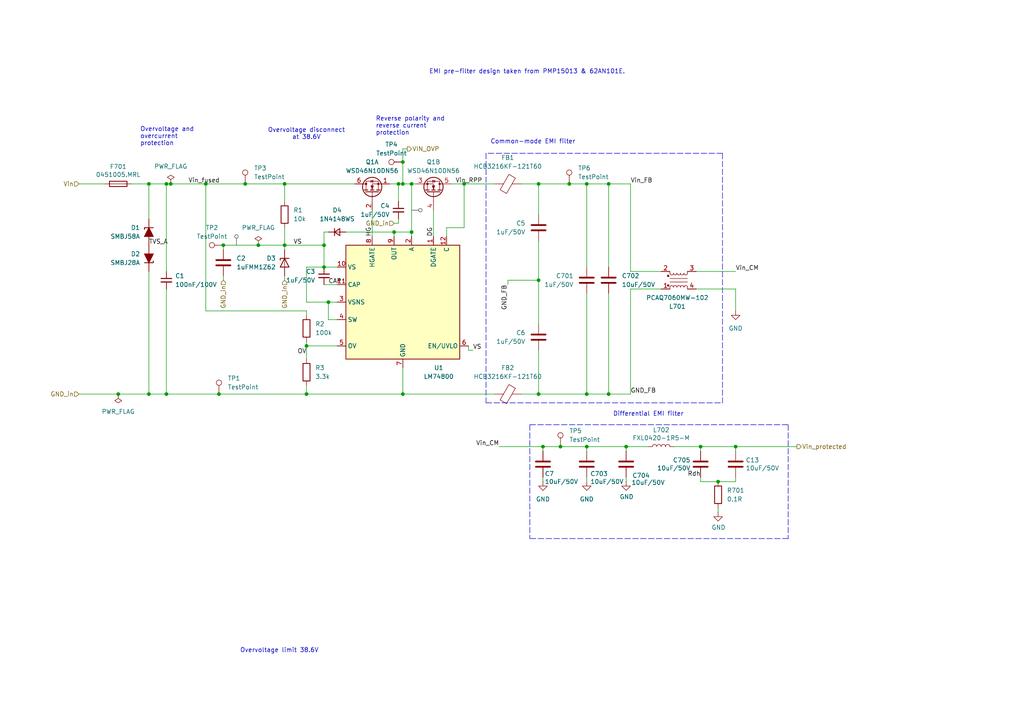
<source format=kicad_sch>
(kicad_sch (version 20250114) (generator "eeschema") (generator_version "9.0")
  (paper "A4")
  (title_block (title "HALPI2") (date "2025-08-15") (rev "v0.5.0") (company "Hat Labs Oy") (comment 1 "https://ohwr.org/cern_ohl_s_v2.pdf") (comment 2 "To view a copy of this license, visit ") (comment 3 "HALPI2 is licensed under CERN-OHL-S v2."))
  (lib_symbols
    (symbol "Connector:TestPoint" (pin_numbers (hide yes)) (pin_names (offset 0.762) (hide yes))
      (property "Reference" "TP" (at 0 6.858 0))
      (property "Value" "TestPoint" (at 0 5.08 0))
      (symbol "TestPoint_0_1"
        (circle (center 0 3.302) (radius 0.762))
      )
      (symbol "TestPoint_1_1"
        (pin passive line (at 0 0 90) (length 2.54) (name "1") (number "1"))
      )
    )
    (symbol "Device:C" (pin_numbers (hide yes)) (pin_names (offset 0.254))
      (property "Reference" "C" (at 0.635 2.54 0))
      (property "Value" "C" (at 0.635 -2.54 0))
      (symbol "C_0_1"
        (polyline (pts (xy -2.032 0.762) (xy 2.032 0.762)) (stroke (width 0.508)))
        (polyline (pts (xy -2.032 -0.762) (xy 2.032 -0.762)) (stroke (width 0.508)))
      )
      (symbol "C_1_1"
        (pin passive line (at 0 3.81 270) (length 2.794) (name "~") (number "1"))
        (pin passive line (at 0 -3.81 90) (length 2.794) (name "~") (number "2"))
      )
    )
    (symbol "Device:C_Small" (pin_numbers (hide yes)) (pin_names (offset 0.254) (hide yes))
      (property "Reference" "C" (at 0.254 1.778 0))
      (property "Value" "C_Small" (at 0.254 -2.032 0))
      (symbol "C_Small_0_1"
        (polyline (pts (xy -1.524 0.508) (xy 1.524 0.508)) (stroke (width 0.3048)))
        (polyline (pts (xy -1.524 -0.508) (xy 1.524 -0.508)) (stroke (width 0.3302)))
      )
      (symbol "C_Small_1_1"
        (pin passive line (at 0 2.54 270) (length 2.032) (name "~") (number "1"))
        (pin passive line (at 0 -2.54 90) (length 2.032) (name "~") (number "2"))
      )
    )
    (symbol "Device:D_Small" (pin_numbers (hide yes)) (pin_names (offset 0.254) (hide yes))
      (property "Reference" "D" (at -1.27 2.032 0))
      (property "Value" "D_Small" (at -3.81 -2.032 0))
      (symbol "D_Small_0_1"
        (polyline (pts (xy -0.762 0) (xy 0.762 0)))
        (polyline (pts (xy -0.762 -1.016) (xy -0.762 1.016)) (stroke (width 0.254)))
        (polyline (pts (xy 0.762 -1.016) (xy -0.762 0) (xy 0.762 1.016) (xy 0.762 -1.016)) (stroke (width 0.254)))
      )
      (symbol "D_Small_1_1"
        (pin passive line (at -2.54 0 0) (length 1.778) (name "K") (number "1"))
        (pin passive line (at 2.54 0 180) (length 1.778) (name "A") (number "2"))
      )
    )
    (symbol "Device:D_Zener" (pin_numbers (hide yes)) (pin_names (offset 1.016) (hide yes))
      (property "Reference" "D" (at 0 2.54 0))
      (property "Value" "D_Zener" (at 0 -2.54 0))
      (symbol "D_Zener_0_1"
        (polyline (pts (xy -1.27 -1.27) (xy -1.27 1.27) (xy -0.762 1.27)) (stroke (width 0.254)))
        (polyline (pts (xy 1.27 0) (xy -1.27 0)))
        (polyline (pts (xy 1.27 -1.27) (xy 1.27 1.27) (xy -1.27 0) (xy 1.27 -1.27)) (stroke (width 0.254)))
      )
      (symbol "D_Zener_1_1"
        (pin passive line (at -3.81 0 0) (length 2.54) (name "K") (number "1"))
        (pin passive line (at 3.81 0 180) (length 2.54) (name "A") (number "2"))
      )
    )
    (symbol "Device:FerriteBead" (pin_numbers (hide yes)) (pin_names (offset 0))
      (property "Reference" "FB" (at -3.81 0.635 90))
      (property "Value" "FerriteBead" (at 3.81 0 90))
      (symbol "FerriteBead_0_1"
        (polyline (pts (xy -2.7686 0.4064) (xy -1.7018 2.2606) (xy 2.7686 -0.3048) (xy 1.6764 -2.159) (xy -2.7686 0.4064)))
        (polyline (pts (xy 0 1.27) (xy 0 1.2954)))
        (polyline (pts (xy 0 -1.27) (xy 0 -1.2192)))
      )
      (symbol "FerriteBead_1_1"
        (pin passive line (at 0 3.81 270) (length 2.54) (name "~") (number "1"))
        (pin passive line (at 0 -3.81 90) (length 2.54) (name "~") (number "2"))
      )
    )
    (symbol "Device:Fuse" (pin_numbers (hide yes)) (pin_names (offset 0))
      (property "Reference" "F" (at 2.032 0 90))
      (property "Value" "Fuse" (at -1.905 0 90))
      (symbol "Fuse_0_1"
        (rectangle (start -0.762 -2.54) (end 0.762 2.54) (stroke (width 0.254)))
        (polyline (pts (xy 0 2.54) (xy 0 -2.54)))
      )
      (symbol "Fuse_1_1"
        (pin passive line (at 0 3.81 270) (length 1.27) (name "~") (number "1"))
        (pin passive line (at 0 -3.81 90) (length 1.27) (name "~") (number "2"))
      )
    )
    (symbol "Device:L" (pin_numbers (hide yes)) (pin_names (offset 1.016) (hide yes))
      (property "Reference" "L" (at -1.27 0 90))
      (property "Value" "L" (at 1.905 0 90))
      (symbol "L_0_1"
        (arc (start 0 2.54) (mid 0.6323 1.905) (end 0 1.27))
        (arc (start 0 1.27) (mid 0.6323 0.635) (end 0 0))
        (arc (start 0 0) (mid 0.6323 -0.635) (end 0 -1.27))
        (arc (start 0 -1.27) (mid 0.6323 -1.905) (end 0 -2.54))
      )
      (symbol "L_1_1"
        (pin passive line (at 0 3.81 270) (length 1.27) (name "1") (number "1"))
        (pin passive line (at 0 -3.81 90) (length 1.27) (name "2") (number "2"))
      )
    )
    (symbol "Device:L_Iron_Coupled_1423" (pin_names (offset 0.254) (hide yes))
      (property "Reference" "L" (at 0 4.445 0))
      (property "Value" "L_Iron_Coupled_1423" (at 0 -4.445 0))
      (symbol "L_Iron_Coupled_1423_0_1"
        (circle (center -3.048 1.524) (radius 0.254) (fill (type outline)))
        (circle (center -3.048 -1.27) (radius 0.254) (fill (type outline)))
        (polyline (pts (xy -2.54 2.032) (xy -2.54 2.54)))
        (polyline (pts (xy -2.54 0.508) (xy 2.54 0.508)))
        (polyline (pts (xy -2.54 -2.032) (xy -2.54 -2.54)))
        (arc (start -1.524 2.032) (mid -2.032 1.5262) (end -2.54 2.032))
        (arc (start -2.54 -2.032) (mid -2.032 -1.5262) (end -1.524 -2.032))
        (arc (start -0.508 2.032) (mid -1.016 1.5262) (end -1.524 2.032))
        (arc (start -1.524 -2.032) (mid -1.016 -1.5262) (end -0.508 -2.032))
        (arc (start 0.508 2.032) (mid 0 1.5262) (end -0.508 2.032))
        (arc (start -0.508 -2.032) (mid 0 -1.5262) (end 0.508 -2.032))
        (arc (start 1.524 2.032) (mid 1.016 1.5262) (end 0.508 2.032))
        (arc (start 0.508 -2.032) (mid 1.016 -1.5262) (end 1.524 -2.032))
        (arc (start 2.54 2.032) (mid 2.032 1.5262) (end 1.524 2.032))
        (arc (start 1.524 -2.032) (mid 2.032 -1.5262) (end 2.54 -2.032))
        (polyline (pts (xy 2.54 2.54) (xy 2.54 2.032)))
        (polyline (pts (xy 2.54 -0.508) (xy -2.54 -0.508)))
        (polyline (pts (xy 2.54 -2.032) (xy 2.54 -2.54)))
      )
      (symbol "L_Iron_Coupled_1423_1_1"
        (pin passive line (at -5.08 2.54 0) (length 2.54) (name "1") (number "1"))
        (pin passive line (at -5.08 -2.54 0) (length 2.54) (name "2") (number "2"))
        (pin passive line (at 5.08 2.54 180) (length 2.54) (name "4") (number "4"))
        (pin passive line (at 5.08 -2.54 180) (length 2.54) (name "3") (number "3"))
      )
    )
    (symbol "Device:R" (pin_numbers (hide yes)) (pin_names (offset 0))
      (property "Reference" "R" (at 2.032 0 90))
      (property "Value" "R" (at 0 0 90))
      (symbol "R_0_1"
        (rectangle (start -1.016 -2.54) (end 1.016 2.54) (stroke (width 0.254)))
      )
      (symbol "R_1_1"
        (pin passive line (at 0 3.81 270) (length 1.27) (name "~") (number "1"))
        (pin passive line (at 0 -3.81 90) (length 1.27) (name "~") (number "2"))
      )
    )
    (symbol "HL_Power_Management:LM74800"
      (property "Reference" "U" (at 16.51 -18.796 0))
      (property "Value" "LM74800" (at 16.51 -21.082 0))
      (symbol "LM74800_0_1"
        (rectangle (start -16.51 16.51) (end 16.51 -16.51) (stroke (width 0.254)) (fill (type background)))
      )
      (symbol "LM74800_1_1"
        (pin power_in line (at -19.05 10.16 0) (length 2.54) (name "VS") (number "10"))
        (pin output line (at -19.05 5.08 0) (length 2.54) (name "CAP") (number "11"))
        (pin input line (at -19.05 0 0) (length 2.54) (name "VSNS") (number "3"))
        (pin input line (at -19.05 -5.08 0) (length 2.54) (name "SW") (number "4"))
        (pin input line (at -19.05 -12.7 0) (length 2.54) (name "OV") (number "5"))
        (pin output line (at -8.89 19.05 270) (length 2.54) (name "HGATE") (number "8"))
        (pin input line (at -2.54 19.05 270) (length 2.54) (name "OUT") (number "9"))
        (pin power_in line (at 0 -19.05 90) (length 2.54) (name "GND") (number "7"))
        (pin input line (at 2.54 19.05 270) (length 2.54) (name "A") (number "2"))
        (pin no_connect line (at 5.08 -19.05 90) (length 2.54) (hide yes) (name "RTN") (number "13"))
        (pin output line (at 8.89 19.05 270) (length 2.54) (name "DGATE") (number "1"))
        (pin input line (at 12.7 19.05 270) (length 2.54) (name "C") (number "12"))
        (pin input line (at 19.05 -12.7 180) (length 2.54) (name "EN/UVLO") (number "6"))
      )
    )
    (symbol "PCM_Diode_TVS_AKL:SMBJ26A" (pin_numbers (hide yes)) (pin_names (offset 1.016) (hide yes))
      (property "Reference" "D" (at 0 5.08 0))
      (property "Value" "SMBJ26A" (at 0 2.54 0))
      (symbol "SMBJ26A_0_1"
        (polyline (pts (xy -1.27 1.27) (xy -1.27 -1.27) (xy 1.27 0) (xy -1.27 1.27)) (stroke (width 0.254)) (fill (type outline)))
        (polyline (pts (xy -1.27 0) (xy 1.27 0)))
        (polyline (pts (xy 1.27 1.27) (xy 0.762 1.27)) (stroke (width 0.254)))
        (polyline (pts (xy 1.27 -1.27) (xy 1.27 1.27)) (stroke (width 0.254)))
      )
      (symbol "SMBJ26A_0_2"
        (polyline (pts (xy -2.54 -2.54) (xy 2.54 2.54)))
        (polyline (pts (xy -0.889 -0.889) (xy -1.778 0) (xy 0.889 0.889) (xy 0 -1.778) (xy -0.889 -0.889)) (stroke (width 0.254)) (fill (type outline)))
        (polyline (pts (xy 0 1.778) (xy -0.381 1.397)) (stroke (width 0.254)))
        (polyline (pts (xy 0 1.778) (xy 1.778 0)) (stroke (width 0.254)))
      )
      (symbol "SMBJ26A_1_1"
        (pin passive line (at -3.81 0 0) (length 2.54) (name "A") (number "2"))
        (pin passive line (at 3.81 0 180) (length 2.54) (name "K") (number "1"))
      )
      (symbol "SMBJ26A_1_2"
        (pin passive line (at -2.54 -2.54 0) (length 0) (name "A") (number "2"))
        (pin passive line (at 2.54 2.54 180) (length 0) (name "K") (number "1"))
      )
    )
    (symbol "PCM_Diode_TVS_AKL:SMBJ58A" (pin_numbers (hide yes)) (pin_names (offset 1.016) (hide yes))
      (property "Reference" "D" (at 0 5.08 0))
      (property "Value" "SMBJ58A" (at 0 2.54 0))
      (symbol "SMBJ58A_0_1"
        (polyline (pts (xy -1.27 1.27) (xy -1.27 -1.27) (xy 1.27 0) (xy -1.27 1.27)) (stroke (width 0.254)) (fill (type outline)))
        (polyline (pts (xy -1.27 0) (xy 1.27 0)))
        (polyline (pts (xy 1.27 1.27) (xy 0.762 1.27)) (stroke (width 0.254)))
        (polyline (pts (xy 1.27 -1.27) (xy 1.27 1.27)) (stroke (width 0.254)))
      )
      (symbol "SMBJ58A_0_2"
        (polyline (pts (xy -2.54 -2.54) (xy 2.54 2.54)))
        (polyline (pts (xy -0.889 -0.889) (xy -1.778 0) (xy 0.889 0.889) (xy 0 -1.778) (xy -0.889 -0.889)) (stroke (width 0.254)) (fill (type outline)))
        (polyline (pts (xy 0 1.778) (xy -0.381 1.397)) (stroke (width 0.254)))
        (polyline (pts (xy 0 1.778) (xy 1.778 0)) (stroke (width 0.254)))
      )
      (symbol "SMBJ58A_1_1"
        (pin passive line (at -3.81 0 0) (length 2.54) (name "A") (number "2"))
        (pin passive line (at 3.81 0 180) (length 2.54) (name "K") (number "1"))
      )
      (symbol "SMBJ58A_1_2"
        (pin passive line (at -2.54 -2.54 0) (length 0) (name "A") (number "2"))
        (pin passive line (at 2.54 2.54 180) (length 0) (name "K") (number "1"))
      )
    )
    (symbol "Transistor_FET:Q_Dual_NMOS_S1G1S2G2D2D1" (pin_names (offset 0) (hide yes))
      (property "Reference" "Q" (at 5.08 1.905 0))
      (property "Value" "Q_Dual_NMOS_S1G1S2G2D2D1" (at 5.08 0 0))
      (symbol "Q_Dual_NMOS_S1G1S2G2D2D1_0_1"
        (polyline (pts (xy 0.254 1.905) (xy 0.254 -1.905)) (stroke (width 0.254)))
        (polyline (pts (xy 0.254 0) (xy -2.54 0)))
        (polyline (pts (xy 0.762 2.286) (xy 0.762 1.27)) (stroke (width 0.254)))
        (polyline (pts (xy 0.762 0.508) (xy 0.762 -0.508)) (stroke (width 0.254)))
        (polyline (pts (xy 0.762 -1.27) (xy 0.762 -2.286)) (stroke (width 0.254)))
        (polyline (pts (xy 0.762 -1.778) (xy 3.302 -1.778) (xy 3.302 1.778) (xy 0.762 1.778)))
        (polyline (pts (xy 1.016 0) (xy 2.032 0.381) (xy 2.032 -0.381) (xy 1.016 0)) (fill (type outline)))
        (circle (center 1.651 0) (radius 2.794) (stroke (width 0.254)))
        (polyline (pts (xy 2.54 2.54) (xy 2.54 1.778)))
        (circle (center 2.54 1.778) (radius 0.254) (fill (type outline)))
        (circle (center 2.54 -1.778) (radius 0.254) (fill (type outline)))
        (polyline (pts (xy 2.54 -2.54) (xy 2.54 0) (xy 0.762 0)))
        (polyline (pts (xy 2.921 0.381) (xy 3.683 0.381)))
        (polyline (pts (xy 3.302 0.381) (xy 2.921 -0.254) (xy 3.683 -0.254) (xy 3.302 0.381)))
      )
      (symbol "Q_Dual_NMOS_S1G1S2G2D2D1_1_1"
        (pin input line (at -5.08 0 0) (length 2.54) (name "G") (number "2"))
        (pin passive line (at 2.54 5.08 270) (length 2.54) (name "D") (number "6"))
        (pin passive line (at 2.54 -5.08 90) (length 2.54) (name "S") (number "1"))
      )
      (symbol "Q_Dual_NMOS_S1G1S2G2D2D1_2_1"
        (pin input line (at -5.08 0 0) (length 2.54) (name "G") (number "4"))
        (pin passive line (at 2.54 5.08 270) (length 2.54) (name "D") (number "5"))
        (pin passive line (at 2.54 -5.08 90) (length 2.54) (name "S") (number "3"))
      )
    )
    (symbol "power:GND" (power) (pin_numbers (hide yes)) (pin_names (offset 0) (hide yes))
      (property "Value" "GND" (at 0 -3.81 0))
      (symbol "GND_0_1"
        (polyline (pts (xy 0 0) (xy 0 -1.27) (xy 1.27 -1.27) (xy 0 -2.54) (xy -1.27 -1.27) (xy 0 -1.27)))
      )
      (symbol "GND_1_1"
        (pin power_in line (at 0 0 270) (length 0) (name "~") (number "1"))
      )
    )
    (symbol "power:PWR_FLAG" (power) (pin_numbers (hide yes)) (pin_names (offset 0) (hide yes))
      (property "Value" "PWR_FLAG" (at 0 3.81 0))
      (symbol "PWR_FLAG_0_0"
        (pin power_out line (at 0 0 90) (length 0) (name "~") (number "1"))
      )
      (symbol "PWR_FLAG_0_1"
        (polyline (pts (xy 0 0) (xy 0 1.27) (xy -1.016 1.905) (xy 0 2.54) (xy 1.016 1.905) (xy 0 1.27)))
      )
    )
  )
  (text "Reverse polarity and\nreverse current\nprotection" (at 108.966 39.37 0) (effects (font (size 1.27 1.27)) (justify left bottom)))
  (text "EMI pre-filter design taken from PMP15013 & 62AN101E." (at 124.46 21.59 0) (effects (font (size 1.27 1.27)) (justify left bottom)))
  (text "Overvoltage disconnect\nat 38.6V" (at 88.9 38.862 0) (effects (font (size 1.27 1.27))))
  (text "Differential EMI filter" (at 177.8 120.904 0) (effects (font (size 1.27 1.27)) (justify left bottom)))
  (text "Common-mode EMI filter" (at 142.24 41.91 0) (effects (font (size 1.27 1.27)) (justify left bottom)))
  (text "Overvoltage limit 38.6V" (at 81.026 188.722 0) (effects (font (size 1.27 1.27))))
  (text "Overvoltage and\novercurrent\nprotection" (at 40.64 42.418 0) (effects (font (size 1.27 1.27)) (justify left bottom)))
  (junction (at 176.53 53.34))
  (junction (at 34.29 114.3))
  (junction (at 170.18 114.3))
  (junction (at 43.18 114.3))
  (junction (at 74.93 71.12))
  (junction (at 176.53 114.3))
  (junction (at 49.53 53.34))
  (junction (at 93.98 71.12))
  (junction (at 114.3 67.31))
  (junction (at 165.1 53.34))
  (junction (at 156.21 114.3))
  (junction (at 63.5 114.3))
  (junction (at 71.12 53.34))
  (junction (at 93.98 77.47))
  (junction (at 43.18 53.34))
  (junction (at 88.9 100.33))
  (junction (at 157.48 129.54))
  (junction (at 64.77 71.12))
  (junction (at 95.25 87.63))
  (junction (at 162.56 129.54))
  (junction (at 134.62 53.34))
  (junction (at 156.21 81.28))
  (junction (at 213.36 129.54))
  (junction (at 116.84 114.3))
  (junction (at 170.18 129.54))
  (junction (at 82.55 53.34))
  (junction (at 116.84 53.34))
  (junction (at 203.2 129.54))
  (junction (at 82.55 71.12))
  (junction (at 170.18 53.34))
  (junction (at 59.69 53.34))
  (junction (at 208.28 139.7))
  (junction (at 181.61 129.54))
  (junction (at 119.38 67.31))
  (junction (at 119.38 53.34))
  (junction (at 115.57 53.34))
  (junction (at 116.84 46.99))
  (junction (at 156.21 53.34))
  (junction (at 48.26 114.3))
  (junction (at 88.9 114.3))
  (junction (at 48.26 53.34))
  (wire (pts (xy 195.58 129.54) (xy 203.2 129.54)))
  (wire (pts (xy 182.88 83.82) (xy 182.88 114.3)))
  (wire (pts (xy 88.9 111.76) (xy 88.9 114.3)))
  (wire (pts (xy 118.11 43.18) (xy 116.84 43.18)))
  (wire (pts (xy 151.13 53.34) (xy 156.21 53.34)))
  (wire (pts (xy 93.98 67.31) (xy 93.98 71.12)))
  (wire (pts (xy 176.53 53.34) (xy 182.88 53.34)))
  (wire (pts (xy 119.38 53.34) (xy 120.65 53.34)))
  (wire (pts (xy 137.16 101.6) (xy 135.89 101.6)))
  (wire (pts (xy 151.13 114.3) (xy 156.21 114.3)))
  (wire (pts (xy 93.98 77.47) (xy 97.79 77.47)))
  (polyline (pts (xy 153.67 123.19) (xy 228.6 123.19)) (stroke (width 0) (type dash)))
  (wire (pts (xy 93.98 67.31) (xy 95.25 67.31)))
  (wire (pts (xy 203.2 138.43) (xy 203.2 139.7)))
  (wire (pts (xy 181.61 130.81) (xy 181.61 129.54)))
  (wire (pts (xy 147.32 82.55) (xy 147.32 81.28)))
  (wire (pts (xy 129.54 68.58) (xy 129.54 66.04)))
  (wire (pts (xy 116.84 106.68) (xy 116.84 114.3)))
  (wire (pts (xy 176.53 114.3) (xy 182.88 114.3)))
  (wire (pts (xy 157.48 129.54) (xy 157.48 130.81)))
  (wire (pts (xy 156.21 53.34) (xy 165.1 53.34)))
  (wire (pts (xy 203.2 130.81) (xy 203.2 129.54)))
  (wire (pts (xy 82.55 53.34) (xy 102.87 53.34)))
  (wire (pts (xy 170.18 114.3) (xy 176.53 114.3)))
  (polyline (pts (xy 153.67 123.19) (xy 153.67 156.21)) (stroke (width 0) (type dash)))
  (wire (pts (xy 115.57 53.34) (xy 115.57 58.42)))
  (wire (pts (xy 130.81 53.34) (xy 134.62 53.34)))
  (wire (pts (xy 59.69 90.17) (xy 88.9 90.17)))
  (wire (pts (xy 88.9 77.47) (xy 88.9 87.63)))
  (polyline (pts (xy 228.6 123.19) (xy 228.6 156.21)) (stroke (width 0) (type dash)))
  (wire (pts (xy 176.53 53.34) (xy 176.53 77.47)))
  (wire (pts (xy 71.12 53.34) (xy 82.55 53.34)))
  (wire (pts (xy 116.84 43.18) (xy 116.84 46.99)))
  (wire (pts (xy 119.38 67.31) (xy 119.38 68.58)))
  (wire (pts (xy 162.56 129.54) (xy 170.18 129.54)))
  (wire (pts (xy 48.26 114.3) (xy 63.5 114.3)))
  (wire (pts (xy 88.9 87.63) (xy 95.25 87.63)))
  (wire (pts (xy 64.77 80.01) (xy 64.77 81.28)))
  (wire (pts (xy 93.98 77.47) (xy 88.9 77.47)))
  (wire (pts (xy 49.53 53.34) (xy 59.69 53.34)))
  (wire (pts (xy 208.28 139.7) (xy 213.36 139.7)))
  (wire (pts (xy 95.25 87.63) (xy 97.79 87.63)))
  (wire (pts (xy 64.77 71.12) (xy 74.93 71.12)))
  (wire (pts (xy 129.54 66.04) (xy 134.62 66.04)))
  (wire (pts (xy 93.98 71.12) (xy 93.98 77.47)))
  (wire (pts (xy 156.21 81.28) (xy 156.21 93.98)))
  (wire (pts (xy 107.95 60.96) (xy 107.95 68.58)))
  (wire (pts (xy 82.55 66.04) (xy 82.55 71.12)))
  (wire (pts (xy 95.25 87.63) (xy 95.25 92.71)))
  (wire (pts (xy 157.48 138.43) (xy 157.48 139.7)))
  (wire (pts (xy 93.98 82.55) (xy 97.79 82.55)))
  (wire (pts (xy 147.32 81.28) (xy 156.21 81.28)))
  (wire (pts (xy 88.9 100.33) (xy 97.79 100.33)))
  (wire (pts (xy 165.1 53.34) (xy 170.18 53.34)))
  (wire (pts (xy 22.86 114.3) (xy 34.29 114.3)))
  (wire (pts (xy 100.33 67.31) (xy 114.3 67.31)))
  (wire (pts (xy 170.18 129.54) (xy 181.61 129.54)))
  (wire (pts (xy 43.18 53.34) (xy 38.1 53.34)))
  (wire (pts (xy 116.84 46.99) (xy 116.84 53.34)))
  (wire (pts (xy 213.36 129.54) (xy 231.14 129.54)))
  (wire (pts (xy 170.18 138.43) (xy 170.18 139.7)))
  (wire (pts (xy 201.93 78.74) (xy 213.36 78.74)))
  (wire (pts (xy 88.9 114.3) (xy 116.84 114.3)))
  (wire (pts (xy 156.21 69.85) (xy 156.21 81.28)))
  (wire (pts (xy 176.53 53.34) (xy 170.18 53.34)))
  (wire (pts (xy 43.18 78.74) (xy 43.18 114.3)))
  (wire (pts (xy 82.55 58.42) (xy 82.55 53.34)))
  (wire (pts (xy 134.62 53.34) (xy 143.51 53.34)))
  (wire (pts (xy 43.18 53.34) (xy 48.26 53.34)))
  (wire (pts (xy 203.2 129.54) (xy 213.36 129.54)))
  (wire (pts (xy 115.57 53.34) (xy 116.84 53.34)))
  (wire (pts (xy 176.53 85.09) (xy 176.53 114.3)))
  (wire (pts (xy 208.28 147.32) (xy 208.28 148.59)))
  (wire (pts (xy 157.48 129.54) (xy 162.56 129.54)))
  (wire (pts (xy 74.93 71.12) (xy 82.55 71.12)))
  (wire (pts (xy 125.73 60.96) (xy 125.73 68.58)))
  (wire (pts (xy 181.61 129.54) (xy 187.96 129.54)))
  (polyline (pts (xy 228.6 156.21) (xy 153.67 156.21)) (stroke (width 0) (type dash)))
  (wire (pts (xy 82.55 80.01) (xy 82.55 81.28)))
  (wire (pts (xy 34.29 114.3) (xy 43.18 114.3)))
  (wire (pts (xy 115.57 64.77) (xy 115.57 63.5)))
  (wire (pts (xy 213.36 83.82) (xy 213.36 90.17)))
  (wire (pts (xy 59.69 53.34) (xy 59.69 90.17)))
  (wire (pts (xy 48.26 53.34) (xy 49.53 53.34)))
  (wire (pts (xy 170.18 53.34) (xy 170.18 77.47)))
  (wire (pts (xy 116.84 53.34) (xy 119.38 53.34)))
  (wire (pts (xy 82.55 71.12) (xy 82.55 72.39)))
  (polyline (pts (xy 209.55 44.45) (xy 209.55 116.84)) (stroke (width 0) (type dash)))
  (wire (pts (xy 82.55 71.12) (xy 93.98 71.12)))
  (wire (pts (xy 114.3 68.58) (xy 114.3 67.31)))
  (wire (pts (xy 63.5 114.3) (xy 88.9 114.3)))
  (wire (pts (xy 203.2 139.7) (xy 208.28 139.7)))
  (wire (pts (xy 48.26 83.82) (xy 48.26 114.3)))
  (polyline (pts (xy 209.55 44.45) (xy 140.97 44.45)) (stroke (width 0) (type dash)))
  (wire (pts (xy 170.18 129.54) (xy 170.18 130.81)))
  (wire (pts (xy 156.21 101.6) (xy 156.21 114.3)))
  (wire (pts (xy 182.88 83.82) (xy 191.77 83.82)))
  (wire (pts (xy 156.21 114.3) (xy 170.18 114.3)))
  (wire (pts (xy 144.78 129.54) (xy 157.48 129.54)))
  (wire (pts (xy 59.69 53.34) (xy 71.12 53.34)))
  (wire (pts (xy 213.36 138.43) (xy 213.36 139.7)))
  (wire (pts (xy 88.9 90.17) (xy 88.9 91.44)))
  (wire (pts (xy 88.9 100.33) (xy 88.9 104.14)))
  (wire (pts (xy 201.93 83.82) (xy 213.36 83.82)))
  (wire (pts (xy 113.03 53.34) (xy 115.57 53.34)))
  (wire (pts (xy 115.57 64.77) (xy 114.3 64.77)))
  (wire (pts (xy 116.84 114.3) (xy 143.51 114.3)))
  (wire (pts (xy 30.48 53.34) (xy 22.86 53.34)))
  (wire (pts (xy 213.36 129.54) (xy 213.36 130.81)))
  (wire (pts (xy 182.88 78.74) (xy 191.77 78.74)))
  (wire (pts (xy 170.18 85.09) (xy 170.18 114.3)))
  (wire (pts (xy 64.77 72.39) (xy 64.77 71.12)))
  (wire (pts (xy 156.21 53.34) (xy 156.21 62.23)))
  (wire (pts (xy 119.38 53.34) (xy 119.38 67.31)))
  (wire (pts (xy 88.9 99.06) (xy 88.9 100.33)))
  (wire (pts (xy 43.18 114.3) (xy 48.26 114.3)))
  (wire (pts (xy 48.26 53.34) (xy 48.26 78.74)))
  (wire (pts (xy 43.18 63.5) (xy 43.18 53.34)))
  (wire (pts (xy 135.89 101.6) (xy 135.89 100.33)))
  (wire (pts (xy 114.3 67.31) (xy 119.38 67.31)))
  (wire (pts (xy 182.88 53.34) (xy 182.88 78.74)))
  (wire (pts (xy 181.61 138.43) (xy 181.61 139.7)))
  (wire (pts (xy 95.25 92.71) (xy 97.79 92.71)))
  (polyline (pts (xy 140.97 44.45) (xy 140.97 116.84)) (stroke (width 0) (type dash)))
  (wire (pts (xy 134.62 66.04) (xy 134.62 53.34)))
  (polyline (pts (xy 140.97 116.84) (xy 209.55 116.84)) (stroke (width 0) (type dash)))
  (label "CAP" (at 95.25 82.55 0))
  (label "GND_FB" (at 147.32 82.55 270))
  (label "VS" (at 85.09 71.12 0))
  (label "DG" (at 125.73 68.58 90))
  (label "GND_FB" (at 182.88 114.3 0))
  (label "Rdh" (at 203.2 138.43 180))
  (label "Vin_CM" (at 144.78 129.54 180))
  (label "VS" (at 137.16 101.6 0))
  (label "Vin_CM" (at 213.36 78.74 0))
  (label "HG" (at 107.95 68.58 90))
  (label "Vin_fused" (at 54.61 53.34 0))
  (label "TVS_A" (at 43.18 71.12 0))
  (label "Vin_FB" (at 182.88 53.34 0))
  (label "OV" (at 88.9 102.87 180))
  (label "Vin_RPP" (at 132.08 53.34 0))
  (hierarchical_label "Vin" (shape input) (at 22.86 53.34 180))
  (hierarchical_label "GND_in" (shape input) (at 64.77 81.28 270))
  (hierarchical_label "GND_in" (shape input) (at 82.55 81.28 270))
  (hierarchical_label "VIN_OVP" (shape output) (at 118.11 43.18 0))
  (hierarchical_label "GND_in" (shape input) (at 114.3 64.77 180))
  (hierarchical_label "GND_in" (shape input) (at 22.86 114.3 180))
  (hierarchical_label "Vin_protected" (shape output) (at 231.14 129.54 0))
  (netclass_flag "" (length 2.54) (shape round) (at 68.58 71.12 0) (property "Netclass" "Power" (effects (hide yes))))
  (netclass_flag "" (length 2.54) (shape round) (at 119.38 60.96 270) (property "Netclass" "Power" (effects (hide yes))))
  (symbol (lib_id "Device:Fuse") (at 34.29 53.34 270) (unit 1)
    (property "Reference" "F1" (at 34.29 48.3362 90))
    (property "Value" "0451005.MRL" (at 34.29 50.6476 90))
    (property "Footprint" "Fuse:Fuse_Littelfuse-NANO2-451_453" (effects (hide yes)))
    (property "Description" "Fuse" (effects (hide yes)))
    (property "LCSC" "C48467" (effects (hide yes)))
    (instances (project "SH-RPi" (path "" (reference "F701") (unit 1))) (project "SH-RPi" (path "" (reference "F1") (unit 1))))
  )
  (symbol (lib_id "Device:C") (at 181.61 134.62 0) (unit 1)
    (property "Reference" "C11" (at 183.388 137.922 0) (effects (justify left)))
    (property "Value" "10uF/50V" (at 183.134 139.954 0) (effects (justify left)))
    (property "Footprint" "Capacitor_SMD:C_1206_3216Metric" (effects (hide yes)))
    (property "Description" "Unpolarized capacitor" (effects (hide yes)))
    (property "LCSC" "C13585" (effects (hide yes)))
    (instances (project "SH-RPi" (path "" (reference "C704") (unit 1))) (project "SH-RPi" (path "" (reference "C11") (unit 1))))
  )
  (symbol (lib_id "power:GND") (at 181.61 139.7 0) (unit 1)
    (property "Reference" "#PWR06" (effects (hide yes)))
    (property "Value" "GND" (at 181.737 144.0942 0))
    (property "Description" "Power symbol creates a global label with name \"GND\" , ground" (effects (hide yes)))
    (instances (project "SH-RPi" (path "" (reference "#PWR0703") (unit 1))) (project "SH-RPi" (path "" (reference "#PWR06") (unit 1))))
  )
  (symbol (lib_id "Device:L") (at 191.77 129.54 90) (unit 1)
    (property "Reference" "L1" (at 191.77 124.714 90))
    (property "Value" "FXL0420-1R5-M" (at 191.77 127.0254 90))
    (property "Footprint" "Hatlabs:L_MWSA0402" (effects (hide yes)))
    (property "Description" "Inductor" (effects (hide yes)))
    (property "LCSC" "C167205" (effects (hide yes)))
    (instances (project "SH-RPi" (path "" (reference "L702") (unit 1))) (project "SH-RPi" (path "" (reference "L1") (unit 1))))
  )
  (symbol (lib_id "Device:C") (at 203.2 134.62 0) (mirror y) (unit 1)
    (property "Reference" "C12" (at 200.279 133.4516 0) (effects (justify left)))
    (property "Value" "10uF/50V" (at 200.279 135.763 0) (effects (justify left)))
    (property "Footprint" "Capacitor_SMD:C_1206_3216Metric" (effects (hide yes)))
    (property "Description" "Unpolarized capacitor" (effects (hide yes)))
    (property "LCSC" "C13585" (effects (hide yes)))
    (instances (project "SH-RPi" (path "" (reference "C705") (unit 1))) (project "SH-RPi" (path "" (reference "C12") (unit 1))))
  )
  (symbol (lib_id "power:GND") (at 208.28 148.59 0) (unit 1)
    (property "Reference" "#PWR07" (effects (hide yes)))
    (property "Value" "GND" (at 208.407 152.9842 0))
    (property "Description" "Power symbol creates a global label with name \"GND\" , ground" (effects (hide yes)))
    (instances (project "SH-RPi" (path "" (reference "#PWR0704") (unit 1))) (project "SH-RPi" (path "" (reference "#PWR07") (unit 1))))
  )
  (symbol (lib_id "Device:R") (at 88.9 95.25 0) (unit 1)
    (property "Reference" "R2" (at 91.44 93.9799 0) (effects (justify left)))
    (property "Value" "100k" (at 91.44 96.5199 0) (effects (justify left)))
    (property "Footprint" "Resistor_SMD:R_0603_1608Metric" (effects (hide yes)))
    (property "Description" "Resistor" (effects (hide yes)))
    (property "LCSC" "C25803" (effects (hide yes)))
  )
  (symbol (lib_id "Connector:TestPoint") (at 165.1 53.34 0) (unit 1)
    (property "Reference" "TP6" (at 167.64 48.7679 0) (effects (justify left)))
    (property "Value" "TestPoint" (at 167.64 51.3079 0) (effects (justify left)))
    (property "Footprint" "TestPoint:TestPoint_Pad_D1.0mm" (effects (hide yes)))
    (property "Description" "test point" (effects (hide yes)))
  )
  (symbol (lib_id "Device:R") (at 88.9 107.95 0) (unit 1)
    (property "Reference" "R3" (at 91.44 106.6799 0) (effects (justify left)))
    (property "Value" "3.3k" (at 91.44 109.2199 0) (effects (justify left)))
    (property "Footprint" "Resistor_SMD:R_0603_1608Metric" (effects (hide yes)))
    (property "Description" "Resistor" (effects (hide yes)))
    (property "LCSC" "C22978" (effects (hide yes)))
  )
  (symbol (lib_id "Device:D_Small") (at 97.79 67.31 0) (unit 1)
    (property "Reference" "D4" (at 97.79 60.96 0))
    (property "Value" "1N4148WS" (at 97.79 63.5 0))
    (property "Footprint" "Diode_SMD:D_SOD-323_HandSoldering" (effects (hide yes)))
    (property "Description" "Diode, small symbol" (effects (hide yes)))
    (property "LCSC" "C2128" (effects (hide yes)))
  )
  (symbol (lib_id "PCM_Diode_TVS_AKL:SMBJ58A") (at 43.18 67.31 90) (unit 1)
    (property "Reference" "D1" (at 40.64 66.0399 90) (effects (justify left)))
    (property "Value" "SMBJ58A" (at 40.64 68.5799 90) (effects (justify left)))
    (property "Footprint" "Diode_SMD:D_SMB" (effects (hide yes)))
    (property "Datasheet" "https://www.tme.eu/Document/0b6222bec7e12d83185b51d73cb6a54d/SMBJ_ser.pdf" (effects (hide yes)))
    (property "Description" "SMB Unidirectional TVS diode, 58V, 600W, Alternate KiCAD Library" (effects (hide yes)))
    (property "LCSC" "C41376102" (effects (hide yes)))
  )
  (symbol (lib_id "power:GND") (at 213.36 90.17 0) (unit 1)
    (property "Reference" "#PWR08" (effects (hide yes)))
    (property "Value" "GND" (at 213.36 95.25 0))
    (property "Description" "Power symbol creates a global label with name \"GND\" , ground" (effects (hide yes)))
    (instances (project "SH-RPi" (path "" (reference "#PWR0701") (unit 1))) (project "SH-RPi" (path "" (reference "#PWR08") (unit 1))))
  )
  (symbol (lib_id "HL_Power_Management:LM74800") (at 116.84 87.63 0) (unit 1)
    (property "Reference" "U1" (at 127.254 106.68 0))
    (property "Value" "LM74800" (at 127.254 109.22 0))
    (property "Footprint" "Package_SON:WSON-12-1EP_3x3mm_P0.5mm_EP1.5x2.5mm" (effects (hide yes)))
    (property "Datasheet" "https://www.ti.com/lit/ds/symlink/lm7480-q1.pdf" (effects (hide yes)))
    (property "Description" "Ideal Diode Controller with Load Dump Protection" (effects (hide yes)))
    (property "LCSC" "C3215600" (effects (hide yes)))
    (property "Component Class" "fine_pitch" (effects (hide yes)))
  )
  (symbol (lib_id "Device:R") (at 208.28 143.51 0) (unit 1)
    (property "Reference" "R4" (at 210.82 142.2399 0) (effects (justify left)))
    (property "Value" "0.1R" (at 210.82 144.7799 0) (effects (justify left)))
    (property "Footprint" "Resistor_SMD:R_1206_3216Metric" (effects (hide yes)))
    (property "Description" "Resistor" (effects (hide yes)))
    (property "LCSC" "C25334" (effects (hide yes)))
    (instances (project "SH-RPi" (path "" (reference "R701") (unit 1))) (project "SH-RPi" (path "" (reference "R4") (unit 1))))
  )
  (symbol (lib_id "PCM_Diode_TVS_AKL:SMBJ26A") (at 43.18 74.93 270) (unit 1)
    (property "Reference" "D2" (at 40.64 73.6599 90) (effects (justify right)))
    (property "Value" "SMBJ28A" (at 40.64 76.1999 90) (effects (justify right)))
    (property "Footprint" "Diode_SMD:D_SMB" (effects (hide yes)))
    (property "Datasheet" "https://www.tme.eu/Document/0b6222bec7e12d83185b51d73cb6a54d/SMBJ_ser.pdf" (effects (hide yes)))
    (property "Description" "SMB Unidirectional TVS diode, 26V, 600W, Alternate KiCAD Library" (effects (hide yes)))
    (property "LCSC" "C19077582" (effects (hide yes)))
  )
  (symbol (lib_id "Device:C_Small") (at 48.26 81.28 0) (unit 1)
    (property "Reference" "C1" (at 50.8 80.0162 0) (effects (justify left)))
    (property "Value" "100nF/100V" (at 50.8 82.5562 0) (effects (justify left)))
    (property "Footprint" "Capacitor_SMD:C_0805_2012Metric" (effects (hide yes)))
    (property "Description" "Unpolarized capacitor, small symbol" (effects (hide yes)))
    (property "LCSC" "C28233" (effects (hide yes)))
  )
  (symbol (lib_id "Device:C") (at 213.36 134.62 0) (unit 1)
    (property "Reference" "C13" (at 216.281 133.4516 0) (effects (justify left)))
    (property "Value" "10uF/50V" (at 216.281 135.763 0) (effects (justify left)))
    (property "Footprint" "Capacitor_SMD:C_1206_3216Metric" (effects (hide yes)))
    (property "Description" "Unpolarized capacitor" (effects (hide yes)))
    (property "LCSC" "C13585" (effects (hide yes)))
  )
  (symbol (lib_id "Device:D_Zener") (at 82.55 76.2 90) (mirror x) (unit 1)
    (property "Reference" "D3" (at 80.01 74.9299 90) (effects (justify left)))
    (property "Value" "MM1Z62" (at 80.01 77.4699 90) (effects (justify left)))
    (property "Footprint" "Diode_SMD:D_SOD-123" (effects (hide yes)))
    (property "Description" "Zener diode" (effects (hide yes)))
    (property "LCSC" "C22395540" (effects (hide yes)))
    (property "JLCPCB_CORRECTION" "0;0;180" (effects (hide yes)))
  )
  (symbol (lib_id "Transistor_FET:Q_Dual_NMOS_S1G1S2G2D2D1") (at 125.73 55.88 270) (mirror x) (unit 2)
    (property "Reference" "Q1" (at 125.73 46.99 90))
    (property "Value" "WSD46N10DN56" (at 125.73 49.53 90))
    (property "Footprint" "HL_Package_DFN_QFN:DFN5x6-8L" (effects (hide yes)))
    (property "Datasheet" "https://www.winsok.net/upload/202405/WSD46N10DN56.pdf" (effects (hide yes)))
    (property "Description" "Dual NMOS transistor, 6 pin package" (effects (hide yes)))
    (property "LCSC" "C5185328" (effects (hide yes)))
    (property "JLCPCB_CORRECTION" "0;0;90" (effects (hide yes)))
  )
  (symbol (lib_id "power:PWR_FLAG") (at 34.29 114.3 180) (unit 1)
    (property "Reference" "#FLG01" (effects (hide yes)))
    (property "Value" "PWR_FLAG" (at 34.29 119.38 0))
    (property "Description" "Special symbol for telling ERC where power comes from" (effects (hide yes)))
    (instances (project "SH-RPi" (path "" (reference "#FLG0701") (unit 1))) (project "SH-RPi" (path "" (reference "#FLG01") (unit 1))))
  )
  (symbol (lib_id "Device:C") (at 156.21 97.79 0) (unit 1)
    (property "Reference" "C6" (at 152.4 96.5199 0) (effects (justify right)))
    (property "Value" "1uF/50V" (at 152.4 99.0599 0) (effects (justify right)))
    (property "Footprint" "Capacitor_SMD:C_0603_1608Metric" (effects (hide yes)))
    (property "Description" "Unpolarized capacitor" (effects (hide yes)))
    (property "LCSC" "C15849" (effects (hide yes)))
  )
  (symbol (lib_id "Device:C_Small") (at 93.98 80.01 0) (mirror y) (unit 1)
    (property "Reference" "C3" (at 91.44 78.7462 0) (effects (justify left)))
    (property "Value" "1uF/50V" (at 91.44 81.2862 0) (effects (justify left)))
    (property "Footprint" "Capacitor_SMD:C_0603_1608Metric" (effects (hide yes)))
    (property "Description" "Unpolarized capacitor, small symbol" (effects (hide yes)))
    (property "LCSC" "C15849" (effects (hide yes)))
  )
  (symbol (lib_id "Connector:TestPoint") (at 71.12 53.34 0) (unit 1)
    (property "Reference" "TP3" (at 73.66 48.7679 0) (effects (justify left)))
    (property "Value" "TestPoint" (at 73.66 51.3079 0) (effects (justify left)))
    (property "Footprint" "TestPoint:TestPoint_Pad_D1.0mm" (effects (hide yes)))
    (property "Description" "test point" (effects (hide yes)))
  )
  (symbol (lib_id "power:PWR_FLAG") (at 74.93 71.12 0) (unit 1)
    (property "Reference" "#FLG03" (effects (hide yes)))
    (property "Value" "PWR_FLAG" (at 74.93 66.04 0))
    (property "Description" "Special symbol for telling ERC where power comes from" (effects (hide yes)))
  )
  (symbol (lib_id "Device:C") (at 176.53 81.28 0) (unit 1)
    (property "Reference" "C10" (at 180.34 80.0099 0) (effects (justify left)))
    (property "Value" "10uF/50V" (at 180.34 82.5499 0) (effects (justify left)))
    (property "Footprint" "Capacitor_SMD:C_1206_3216Metric" (effects (hide yes)))
    (property "Description" "Unpolarized capacitor" (effects (hide yes)))
    (property "LCSC" "C13585" (effects (hide yes)))
    (instances (project "SH-RPi" (path "" (reference "C702") (unit 1))) (project "SH-RPi" (path "" (reference "C10") (unit 1))))
  )
  (symbol (lib_id "Device:C") (at 157.48 134.62 0) (unit 1)
    (property "Reference" "C7" (at 157.988 137.414 0) (effects (justify left)))
    (property "Value" "10uF/50V" (at 157.988 139.7 0) (effects (justify left)))
    (property "Footprint" "Capacitor_SMD:C_1206_3216Metric" (effects (hide yes)))
    (property "Description" "Unpolarized capacitor" (effects (hide yes)))
    (property "LCSC" "C13585" (effects (hide yes)))
  )
  (symbol (lib_id "Device:C") (at 170.18 134.62 0) (unit 1)
    (property "Reference" "C9" (at 171.196 137.414 0) (effects (justify left)))
    (property "Value" "10uF/50V" (at 171.196 139.7 0) (effects (justify left)))
    (property "Footprint" "Capacitor_SMD:C_1206_3216Metric" (effects (hide yes)))
    (property "Description" "Unpolarized capacitor" (effects (hide yes)))
    (property "LCSC" "C13585" (effects (hide yes)))
    (instances (project "SH-RPi" (path "" (reference "C703") (unit 1))) (project "SH-RPi" (path "" (reference "C9") (unit 1))))
  )
  (symbol (lib_id "Device:C_Small") (at 115.57 60.96 0) (mirror y) (unit 1)
    (property "Reference" "C4" (at 113.03 59.6962 0) (effects (justify left)))
    (property "Value" "1uF/50V" (at 113.03 62.2362 0) (effects (justify left)))
    (property "Footprint" "Capacitor_SMD:C_0603_1608Metric" (effects (hide yes)))
    (property "Description" "Unpolarized capacitor, small symbol" (effects (hide yes)))
    (property "LCSC" "C15849" (effects (hide yes)))
  )
  (symbol (lib_id "Device:C") (at 156.21 66.04 0) (unit 1)
    (property "Reference" "C5" (at 152.4 64.7699 0) (effects (justify right)))
    (property "Value" "1uF/50V" (at 152.4 67.3099 0) (effects (justify right)))
    (property "Footprint" "Capacitor_SMD:C_0603_1608Metric" (effects (hide yes)))
    (property "Description" "Unpolarized capacitor" (effects (hide yes)))
    (property "LCSC" "C15849" (effects (hide yes)))
  )
  (symbol (lib_id "Connector:TestPoint") (at 162.56 129.54 0) (unit 1)
    (property "Reference" "TP5" (at 165.1 124.9679 0) (effects (justify left)))
    (property "Value" "TestPoint" (at 165.1 127.5079 0) (effects (justify left)))
    (property "Footprint" "TestPoint:TestPoint_Pad_D1.0mm" (effects (hide yes)))
    (property "Description" "test point" (effects (hide yes)))
  )
  (symbol (lib_id "Device:C") (at 170.18 81.28 0) (unit 1)
    (property "Reference" "C8" (at 166.37 80.0099 0) (effects (justify right)))
    (property "Value" "1uF/50V" (at 166.37 82.5499 0) (effects (justify right)))
    (property "Footprint" "Capacitor_SMD:C_0603_1608Metric" (effects (hide yes)))
    (property "Description" "Unpolarized capacitor" (effects (hide yes)))
    (property "LCSC" "C15849" (effects (hide yes)))
    (instances (project "SH-RPi" (path "" (reference "C701") (unit 1))) (project "SH-RPi" (path "" (reference "C8") (unit 1))))
  )
  (symbol (lib_id "Device:C") (at 64.77 76.2 0) (unit 1)
    (property "Reference" "C2" (at 68.58 74.9299 0) (effects (justify left)))
    (property "Value" "1uF" (at 68.58 77.4699 0) (effects (justify left)))
    (property "Footprint" "Capacitor_SMD:C_0603_1608Metric" (effects (hide yes)))
    (property "Description" "Unpolarized capacitor" (effects (hide yes)))
    (property "LCSC" "C15849" (effects (hide yes)))
  )
  (symbol (lib_id "Device:FerriteBead") (at 147.32 114.3 90) (unit 1)
    (property "Reference" "FB2" (at 147.2692 106.68 90))
    (property "Value" "HCB3216KF-121T60" (at 147.2692 109.22 90))
    (property "Footprint" "Resistor_SMD:R_1206_3216Metric" (effects (hide yes)))
    (property "Description" "Ferrite bead" (effects (hide yes)))
    (property "LCSC" "C357013" (effects (hide yes)))
  )
  (symbol (lib_id "power:GND") (at 157.48 139.7 0) (unit 1)
    (property "Reference" "#PWR04" (effects (hide yes)))
    (property "Value" "GND" (at 157.48 144.78 0))
    (property "Description" "Power symbol creates a global label with name \"GND\" , ground" (effects (hide yes)))
  )
  (symbol (lib_id "Connector:TestPoint") (at 116.84 46.99 90) (unit 1)
    (property "Reference" "TP4" (at 113.538 41.91 90))
    (property "Value" "TestPoint" (at 113.538 44.45 90))
    (property "Footprint" "TestPoint:TestPoint_Pad_D1.0mm" (effects (hide yes)))
    (property "Description" "test point" (effects (hide yes)))
  )
  (symbol (lib_id "power:PWR_FLAG") (at 49.53 53.34 0) (unit 1)
    (property "Reference" "#FLG02" (effects (hide yes)))
    (property "Value" "PWR_FLAG" (at 49.53 48.26 0))
    (property "Description" "Special symbol for telling ERC where power comes from" (effects (hide yes)))
  )
  (symbol (lib_id "Device:L_Iron_Coupled_1423") (at 196.85 81.28 0) (mirror x) (unit 1)
    (property "Reference" "L2" (at 196.469 88.9 0))
    (property "Value" "PCAQ7060MW-102" (at 196.469 86.36 0))
    (property "Footprint" "HL_Inductor:FILTER-SMD_4P-L7.0-W6.0-TL-A" (effects (hide yes)))
    (property "Description" "Coupled inductor with iron core" (effects (hide yes)))
    (property "LCSC" "C2915648" (effects (hide yes)))
    (instances (project "SH-RPi" (path "" (reference "L701") (unit 1))) (project "SH-RPi" (path "" (reference "L2") (unit 1))))
  )
  (symbol (lib_id "Device:R") (at 82.55 62.23 0) (unit 1)
    (property "Reference" "R1" (at 85.09 60.9599 0) (effects (justify left)))
    (property "Value" "10k" (at 85.09 63.4999 0) (effects (justify left)))
    (property "Footprint" "Resistor_SMD:R_1206_3216Metric" (effects (hide yes)))
    (property "Description" "Resistor" (effects (hide yes)))
    (property "LCSC" "C17902" (effects (hide yes)))
  )
  (symbol (lib_id "Connector:TestPoint") (at 63.5 114.3 0) (unit 1)
    (property "Reference" "TP1" (at 66.04 109.7279 0) (effects (justify left)))
    (property "Value" "TestPoint" (at 66.04 112.2679 0) (effects (justify left)))
    (property "Footprint" "TestPoint:TestPoint_Pad_1.5x1.5mm" (effects (hide yes)))
    (property "Description" "test point" (effects (hide yes)))
  )
  (symbol (lib_id "Transistor_FET:Q_Dual_NMOS_S1G1S2G2D2D1") (at 107.95 55.88 90) (unit 1)
    (property "Reference" "Q1" (at 107.95 46.99 90))
    (property "Value" "WSD46N10DN56" (at 107.95 49.53 90))
    (property "Footprint" "HL_Package_DFN_QFN:DFN5x6-8L" (effects (hide yes)))
    (property "Datasheet" "https://www.winsok.net/upload/202405/WSD46N10DN56.pdf" (effects (hide yes)))
    (property "Description" "Dual NMOS transistor, 6 pin package" (effects (hide yes)))
    (property "LCSC" "C5185328" (effects (hide yes)))
    (property "JLCPCB_CORRECTION" "0;0;90" (effects (hide yes)))
  )
  (symbol (lib_id "Connector:TestPoint") (at 64.77 71.12 90) (unit 1)
    (property "Reference" "TP2" (at 61.468 66.04 90))
    (property "Value" "TestPoint" (at 61.468 68.58 90))
    (property "Footprint" "TestPoint:TestPoint_Pad_D1.0mm" (effects (hide yes)))
    (property "Description" "test point" (effects (hide yes)))
  )
  (symbol (lib_id "power:GND") (at 170.18 139.7 0) (unit 1)
    (property "Reference" "#PWR05" (effects (hide yes)))
    (property "Value" "GND" (at 170.18 144.78 0))
    (property "Description" "Power symbol creates a global label with name \"GND\" , ground" (effects (hide yes)))
    (instances (project "SH-RPi" (path "" (reference "#PWR0702") (unit 1))) (project "SH-RPi" (path "" (reference "#PWR05") (unit 1))))
  )
  (symbol (lib_id "Device:FerriteBead") (at 147.32 53.34 90) (unit 1)
    (property "Reference" "FB1" (at 147.2692 45.72 90))
    (property "Value" "HCB3216KF-121T60" (at 147.2692 48.26 90))
    (property "Footprint" "Resistor_SMD:R_1206_3216Metric" (effects (hide yes)))
    (property "Description" "Ferrite bead" (effects (hide yes)))
    (property "LCSC" "C357013" (effects (hide yes)))
  )
)
</source>
